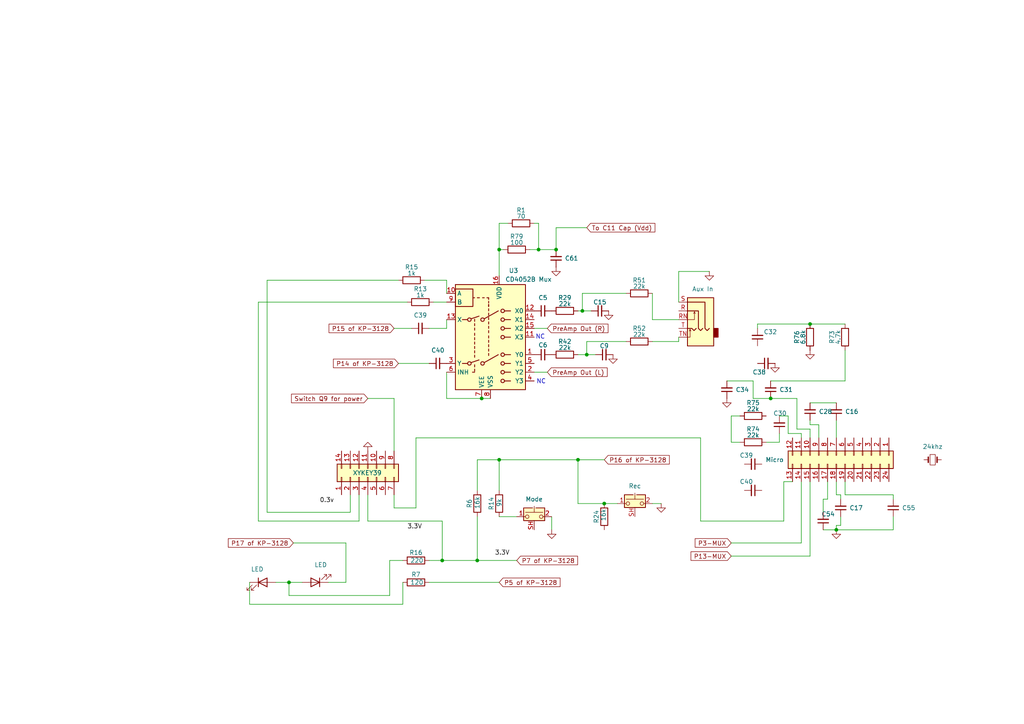
<source format=kicad_sch>
(kicad_sch (version 20250114) (generator "eeschema") (generator_version "9.0")
  (paper "A4")
  (lib_symbols
    (symbol "Analog_Switch:CD4052B"
      (property "Reference" "U" (at -10.16 16.51 0))
      (property "Value" "CD4052B" (at 3.81 16.51 0))
      (symbol "CD4052B_0_1"
        (rectangle (start -10.16 15.24) (end 10.16 -15.24) (stroke (width 0.254)) (fill (type background)))
        (rectangle (start -10.16 8.89) (end -5.08 13.97) (stroke (width 0.254)))
        (polyline (pts (xy -8.128 5.08) (xy -6.604 5.08)) (stroke (width 0.254)))
        (polyline (pts (xy -8.128 -7.62) (xy -6.604 -7.62)) (stroke (width 0.254)))
        (circle (center -6.096 5.08) (radius 0.508) (stroke (width 0.254)))
        (circle (center -6.096 -7.62) (radius 0.508) (stroke (width 0.254)))
        (polyline (pts (xy -5.588 5.334) (xy -3.302 6.096)) (stroke (width 0.254)))
        (polyline (pts (xy -5.588 -7.366) (xy -3.302 -6.604)) (stroke (width 0.254)))
        (polyline (pts (xy -4.572 11.43) (xy -5.08 11.43)) (stroke (width 0.254)))
        (polyline (pts (xy -4.572 4.572) (xy -4.572 5.207)) (stroke (width 0.254)))
        (polyline (pts (xy -4.572 3.302) (xy -4.572 3.937)) (stroke (width 0.254)))
        (polyline (pts (xy -4.572 2.032) (xy -4.572 2.667)) (stroke (width 0.254)))
        (polyline (pts (xy -4.572 0.508) (xy -4.572 1.143)) (stroke (width 0.254)))
        (polyline (pts (xy -4.572 -0.762) (xy -4.572 -0.127)) (stroke (width 0.254)))
        (polyline (pts (xy -4.572 -2.032) (xy -4.572 -1.397)) (stroke (width 0.254)))
        (polyline (pts (xy -4.572 -3.302) (xy -4.572 -2.667)) (stroke (width 0.254)))
        (polyline (pts (xy -4.572 -4.572) (xy -4.572 -3.937)) (stroke (width 0.254)))
        (polyline (pts (xy -4.572 -5.842) (xy -4.572 -5.207)) (stroke (width 0.254)))
        (polyline (pts (xy -4.572 -8.636) (xy -4.572 -8.001)) (stroke (width 0.254)))
        (polyline (pts (xy -4.572 -9.906) (xy -4.572 -9.271)) (stroke (width 0.254)))
        (polyline (pts (xy -4.572 -10.16) (xy -5.207 -10.16)) (stroke (width 0.254)))
        (polyline (pts (xy -3.81 11.43) (xy -3.175 11.43)) (stroke (width 0.254)))
        (circle (center -2.286 5.08) (radius 0.508) (stroke (width 0.254)))
        (circle (center -2.286 -7.62) (radius 0.508) (stroke (width 0.254)))
        (polyline (pts (xy -1.778 11.43) (xy -2.286 11.43)) (stroke (width 0.254)))
        (polyline (pts (xy -1.778 5.334) (xy 2.286 7.62)) (stroke (width 0.254)))
        (polyline (pts (xy -1.778 -7.366) (xy 2.286 -5.08)) (stroke (width 0.254)))
        (polyline (pts (xy -0.508 11.43) (xy -1.016 11.43)) (stroke (width 0.254)))
        (polyline (pts (xy -0.508 10.922) (xy -0.508 11.43)) (stroke (width 0.254)))
        (polyline (pts (xy -0.508 9.906) (xy -0.508 10.414)) (stroke (width 0.254)))
        (polyline (pts (xy -0.508 8.89) (xy -0.508 9.525)) (stroke (width 0.254)))
        (polyline (pts (xy -0.508 8.89) (xy -0.508 9.398)) (stroke (width 0.254)))
        (polyline (pts (xy -0.508 7.62) (xy -0.508 8.255)) (stroke (width 0.254)))
        (polyline (pts (xy -0.508 6.35) (xy -0.508 6.985)) (stroke (width 0.254)))
        (polyline (pts (xy -0.508 5.08) (xy -0.508 5.715)) (stroke (width 0.254)))
        (polyline (pts (xy -0.508 3.81) (xy -0.508 4.445)) (stroke (width 0.254)))
        (polyline (pts (xy -0.508 2.54) (xy -0.508 3.175)) (stroke (width 0.254)))
        (polyline (pts (xy -0.508 1.27) (xy -0.508 1.905)) (stroke (width 0.254)))
        (polyline (pts (xy -0.508 -0.254) (xy -0.508 0.381)) (stroke (width 0.254)))
        (polyline (pts (xy -0.508 -1.524) (xy -0.508 -0.889)) (stroke (width 0.254)))
        (polyline (pts (xy -0.508 -2.794) (xy -0.508 -2.159)) (stroke (width 0.254)))
        (polyline (pts (xy -0.508 -4.064) (xy -0.508 -3.429)) (stroke (width 0.254)))
        (polyline (pts (xy -0.508 -5.334) (xy -0.508 -4.699)) (stroke (width 0.254)))
        (circle (center 3.556 7.62) (radius 0.508) (stroke (width 0.254)))
        (circle (center 3.556 5.08) (radius 0.508) (stroke (width 0.254)))
        (circle (center 3.556 2.54) (radius 0.508) (stroke (width 0.254)))
        (circle (center 3.556 0) (radius 0.508) (stroke (width 0.254)))
        (circle (center 3.556 -5.08) (radius 0.508) (stroke (width 0.254)))
        (circle (center 3.556 -7.62) (radius 0.508) (stroke (width 0.254)))
        (circle (center 3.556 -10.16) (radius 0.508) (stroke (width 0.254)))
        (circle (center 3.556 -12.7) (radius 0.508) (stroke (width 0.254)))
        (polyline (pts (xy 4.064 7.62) (xy 5.842 7.62)) (stroke (width 0.254)))
        (polyline (pts (xy 4.064 5.08) (xy 5.842 5.08)) (stroke (width 0.254)))
        (polyline (pts (xy 4.064 2.54) (xy 5.842 2.54)) (stroke (width 0.254)))
        (polyline (pts (xy 4.064 0) (xy 5.842 0)) (stroke (width 0.254)))
        (polyline (pts (xy 4.064 -5.08) (xy 5.842 -5.08)) (stroke (width 0.254)))
        (polyline (pts (xy 4.064 -7.62) (xy 5.842 -7.62)) (stroke (width 0.254)))
        (polyline (pts (xy 4.064 -10.16) (xy 5.842 -10.16)) (stroke (width 0.254)))
        (polyline (pts (xy 4.064 -12.7) (xy 5.842 -12.7)) (stroke (width 0.254)))
      )
      (symbol "CD4052B_1_1"
        (pin input line (at -12.7 12.7 0) (length 2.54) (name "A") (number "10"))
        (pin input line (at -12.7 10.16 0) (length 2.54) (name "B") (number "9"))
        (pin bidirectional line (at -12.7 5.08 0) (length 2.54) (name "X") (number "13"))
        (pin bidirectional line (at -12.7 -7.62 0) (length 2.54) (name "Y") (number "3"))
        (pin input line (at -12.7 -10.16 0) (length 2.54) (name "INH") (number "6"))
        (pin power_in line (at -2.54 -17.78 90) (length 2.54) (name "VEE") (number "7"))
        (pin power_in line (at 0 -17.78 90) (length 2.54) (name "VSS") (number "8"))
        (pin power_in line (at 2.54 17.78 270) (length 2.54) (name "VDD") (number "16"))
        (pin bidirectional line (at 12.7 7.62 180) (length 2.54) (name "X0") (number "12"))
        (pin bidirectional line (at 12.7 5.08 180) (length 2.54) (name "X1") (number "14"))
        (pin bidirectional line (at 12.7 2.54 180) (length 2.54) (name "X2") (number "15"))
        (pin bidirectional line (at 12.7 0 180) (length 2.54) (name "X3") (number "11"))
        (pin bidirectional line (at 12.7 -5.08 180) (length 2.54) (name "Y0") (number "1"))
        (pin bidirectional line (at 12.7 -7.62 180) (length 2.54) (name "Y1") (number "5"))
        (pin bidirectional line (at 12.7 -10.16 180) (length 2.54) (name "Y2") (number "2"))
        (pin bidirectional line (at 12.7 -12.7 180) (length 2.54) (name "Y3") (number "4"))
      )
    )
    (symbol "Connector_Audio:AudioJack3_SwitchTR"
      (property "Reference" "J" (at 0 8.89 0))
      (property "Value" "AudioJack3_SwitchTR" (at 0 6.35 0))
      (symbol "AudioJack3_SwitchTR_0_1"
        (rectangle (start -5.08 -5.08) (end -6.35 -7.62) (stroke (width 0.254)) (fill (type outline)))
        (polyline (pts (xy -1.905 -5.08) (xy -1.27 -5.715) (xy -0.635 -5.08) (xy -0.635 0) (xy 2.54 0)) (stroke (width 0.254)))
        (polyline (pts (xy 0 -5.08) (xy 0.635 -5.715) (xy 1.27 -5.08) (xy 2.54 -5.08)) (stroke (width 0.254)))
        (polyline (pts (xy 0.508 -0.254) (xy 0.762 -0.762)))
        (polyline (pts (xy 1.778 -5.334) (xy 2.032 -5.842)))
        (rectangle (start 2.54 3.81) (end -5.08 -10.16) (stroke (width 0.254)) (fill (type background)))
        (polyline (pts (xy 2.54 2.54) (xy -2.54 2.54) (xy -2.54 -5.08) (xy -3.175 -5.715) (xy -3.81 -5.08)) (stroke (width 0.254)))
        (polyline (pts (xy 2.54 -2.54) (xy 0.508 -2.54) (xy 0.508 -0.254) (xy 0.254 -0.762)))
        (polyline (pts (xy 2.54 -7.62) (xy 1.778 -7.62) (xy 1.778 -5.334) (xy 1.524 -5.842)))
      )
      (symbol "AudioJack3_SwitchTR_1_1"
        (pin passive line (at 5.08 2.54 180) (length 2.54) (name "~") (number "S"))
        (pin passive line (at 5.08 0 180) (length 2.54) (name "~") (number "R"))
        (pin passive line (at 5.08 -2.54 180) (length 2.54) (name "~") (number "RN"))
        (pin passive line (at 5.08 -5.08 180) (length 2.54) (name "~") (number "T"))
        (pin passive line (at 5.08 -7.62 180) (length 2.54) (name "~") (number "TN"))
      )
    )
    (symbol "Connector_Generic:Conn_02x07_Counter_Clockwise" (pin_names (offset 1.016) (hide yes))
      (property "Reference" "J" (at 1.27 10.16 0))
      (property "Value" "Conn_02x07_Counter_Clockwise" (at 1.27 -10.16 0))
      (symbol "Conn_02x07_Counter_Clockwise_1_1"
        (rectangle (start -1.27 8.89) (end 3.81 -8.89) (stroke (width 0.254)) (fill (type background)))
        (rectangle (start -1.27 7.747) (end 0 7.493) (stroke (width 0.1524)))
        (rectangle (start -1.27 5.207) (end 0 4.953) (stroke (width 0.1524)))
        (rectangle (start -1.27 2.667) (end 0 2.413) (stroke (width 0.1524)))
        (rectangle (start -1.27 0.127) (end 0 -0.127) (stroke (width 0.1524)))
        (rectangle (start -1.27 -2.413) (end 0 -2.667) (stroke (width 0.1524)))
        (rectangle (start -1.27 -4.953) (end 0 -5.207) (stroke (width 0.1524)))
        (rectangle (start -1.27 -7.493) (end 0 -7.747) (stroke (width 0.1524)))
        (rectangle (start 3.81 7.747) (end 2.54 7.493) (stroke (width 0.1524)))
        (rectangle (start 3.81 5.207) (end 2.54 4.953) (stroke (width 0.1524)))
        (rectangle (start 3.81 2.667) (end 2.54 2.413) (stroke (width 0.1524)))
        (rectangle (start 3.81 0.127) (end 2.54 -0.127) (stroke (width 0.1524)))
        (rectangle (start 3.81 -2.413) (end 2.54 -2.667) (stroke (width 0.1524)))
        (rectangle (start 3.81 -4.953) (end 2.54 -5.207) (stroke (width 0.1524)))
        (rectangle (start 3.81 -7.493) (end 2.54 -7.747) (stroke (width 0.1524)))
        (pin passive line (at -5.08 7.62 0) (length 3.81) (name "Pin_1") (number "1"))
        (pin passive line (at -5.08 5.08 0) (length 3.81) (name "Pin_2") (number "2"))
        (pin passive line (at -5.08 2.54 0) (length 3.81) (name "Pin_3") (number "3"))
        (pin passive line (at -5.08 0 0) (length 3.81) (name "Pin_4") (number "4"))
        (pin passive line (at -5.08 -2.54 0) (length 3.81) (name "Pin_5") (number "5"))
        (pin passive line (at -5.08 -5.08 0) (length 3.81) (name "Pin_6") (number "6"))
        (pin passive line (at -5.08 -7.62 0) (length 3.81) (name "Pin_7") (number "7"))
        (pin passive line (at 7.62 7.62 180) (length 3.81) (name "Pin_14") (number "14"))
        (pin passive line (at 7.62 5.08 180) (length 3.81) (name "Pin_13") (number "13"))
        (pin passive line (at 7.62 2.54 180) (length 3.81) (name "Pin_12") (number "12"))
        (pin passive line (at 7.62 0 180) (length 3.81) (name "Pin_11") (number "11"))
        (pin passive line (at 7.62 -2.54 180) (length 3.81) (name "Pin_10") (number "10"))
        (pin passive line (at 7.62 -5.08 180) (length 3.81) (name "Pin_9") (number "9"))
        (pin passive line (at 7.62 -7.62 180) (length 3.81) (name "Pin_8") (number "8"))
      )
    )
    (symbol "Connector_Generic:Conn_02x12_Counter_Clockwise" (pin_names (offset 1.016) (hide yes))
      (property "Reference" "J" (at 1.27 15.24 0))
      (property "Value" "Conn_02x12_Counter_Clockwise" (at 1.27 -17.78 0))
      (symbol "Conn_02x12_Counter_Clockwise_1_1"
        (rectangle (start -1.27 13.97) (end 3.81 -16.51) (stroke (width 0.254)) (fill (type background)))
        (rectangle (start -1.27 12.827) (end 0 12.573) (stroke (width 0.1524)))
        (rectangle (start -1.27 10.287) (end 0 10.033) (stroke (width 0.1524)))
        (rectangle (start -1.27 7.747) (end 0 7.493) (stroke (width 0.1524)))
        (rectangle (start -1.27 5.207) (end 0 4.953) (stroke (width 0.1524)))
        (rectangle (start -1.27 2.667) (end 0 2.413) (stroke (width 0.1524)))
        (rectangle (start -1.27 0.127) (end 0 -0.127) (stroke (width 0.1524)))
        (rectangle (start -1.27 -2.413) (end 0 -2.667) (stroke (width 0.1524)))
        (rectangle (start -1.27 -4.953) (end 0 -5.207) (stroke (width 0.1524)))
        (rectangle (start -1.27 -7.493) (end 0 -7.747) (stroke (width 0.1524)))
        (rectangle (start -1.27 -10.033) (end 0 -10.287) (stroke (width 0.1524)))
        (rectangle (start -1.27 -12.573) (end 0 -12.827) (stroke (width 0.1524)))
        (rectangle (start -1.27 -15.113) (end 0 -15.367) (stroke (width 0.1524)))
        (rectangle (start 3.81 12.827) (end 2.54 12.573) (stroke (width 0.1524)))
        (rectangle (start 3.81 10.287) (end 2.54 10.033) (stroke (width 0.1524)))
        (rectangle (start 3.81 7.747) (end 2.54 7.493) (stroke (width 0.1524)))
        (rectangle (start 3.81 5.207) (end 2.54 4.953) (stroke (width 0.1524)))
        (rectangle (start 3.81 2.667) (end 2.54 2.413) (stroke (width 0.1524)))
        (rectangle (start 3.81 0.127) (end 2.54 -0.127) (stroke (width 0.1524)))
        (rectangle (start 3.81 -2.413) (end 2.54 -2.667) (stroke (width 0.1524)))
        (rectangle (start 3.81 -4.953) (end 2.54 -5.207) (stroke (width 0.1524)))
        (rectangle (start 3.81 -7.493) (end 2.54 -7.747) (stroke (width 0.1524)))
        (rectangle (start 3.81 -10.033) (end 2.54 -10.287) (stroke (width 0.1524)))
        (rectangle (start 3.81 -12.573) (end 2.54 -12.827) (stroke (width 0.1524)))
        (rectangle (start 3.81 -15.113) (end 2.54 -15.367) (stroke (width 0.1524)))
        (pin passive line (at -5.08 12.7 0) (length 3.81) (name "Pin_1") (number "1"))
        (pin passive line (at -5.08 10.16 0) (length 3.81) (name "Pin_2") (number "2"))
        (pin passive line (at -5.08 7.62 0) (length 3.81) (name "Pin_3") (number "3"))
        (pin passive line (at -5.08 5.08 0) (length 3.81) (name "Pin_4") (number "4"))
        (pin passive line (at -5.08 2.54 0) (length 3.81) (name "Pin_5") (number "5"))
        (pin passive line (at -5.08 0 0) (length 3.81) (name "Pin_6") (number "6"))
        (pin passive line (at -5.08 -2.54 0) (length 3.81) (name "Pin_7") (number "7"))
        (pin passive line (at -5.08 -5.08 0) (length 3.81) (name "Pin_8") (number "8"))
        (pin passive line (at -5.08 -7.62 0) (length 3.81) (name "Pin_9") (number "9"))
        (pin passive line (at -5.08 -10.16 0) (length 3.81) (name "Pin_10") (number "10"))
        (pin passive line (at -5.08 -12.7 0) (length 3.81) (name "Pin_11") (number "11"))
        (pin passive line (at -5.08 -15.24 0) (length 3.81) (name "Pin_12") (number "12"))
        (pin passive line (at 7.62 12.7 180) (length 3.81) (name "Pin_24") (number "24"))
        (pin passive line (at 7.62 10.16 180) (length 3.81) (name "Pin_23") (number "23"))
        (pin passive line (at 7.62 7.62 180) (length 3.81) (name "Pin_22") (number "22"))
        (pin passive line (at 7.62 5.08 180) (length 3.81) (name "Pin_21") (number "21"))
        (pin passive line (at 7.62 2.54 180) (length 3.81) (name "Pin_20") (number "20"))
        (pin passive line (at 7.62 0 180) (length 3.81) (name "Pin_19") (number "19"))
        (pin passive line (at 7.62 -2.54 180) (length 3.81) (name "Pin_18") (number "18"))
        (pin passive line (at 7.62 -5.08 180) (length 3.81) (name "Pin_17") (number "17"))
        (pin passive line (at 7.62 -7.62 180) (length 3.81) (name "Pin_16") (number "16"))
        (pin passive line (at 7.62 -10.16 180) (length 3.81) (name "Pin_15") (number "15"))
        (pin passive line (at 7.62 -12.7 180) (length 3.81) (name "Pin_14") (number "14"))
        (pin passive line (at 7.62 -15.24 180) (length 3.81) (name "Pin_13") (number "13"))
      )
    )
    (symbol "Device:C_Small" (pin_numbers (hide yes)) (pin_names (offset 0.254) (hide yes))
      (property "Reference" "C" (at 0.254 1.778 0))
      (property "Value" "C_Small" (at 0.254 -2.032 0))
      (symbol "C_Small_0_1"
        (polyline (pts (xy -1.524 0.508) (xy 1.524 0.508)) (stroke (width 0.3048)))
        (polyline (pts (xy -1.524 -0.508) (xy 1.524 -0.508)) (stroke (width 0.3302)))
      )
      (symbol "C_Small_1_1"
        (pin passive line (at 0 2.54 270) (length 2.032) (name "~") (number "1"))
        (pin passive line (at 0 -2.54 90) (length 2.032) (name "~") (number "2"))
      )
    )
    (symbol "Device:Crystal_Small" (pin_numbers (hide yes)) (pin_names (offset 1.016) (hide yes))
      (property "Reference" "Y" (at 0 2.54 0))
      (property "Value" "Crystal_Small" (at 0 -2.54 0))
      (symbol "Crystal_Small_0_1"
        (polyline (pts (xy -1.27 -0.762) (xy -1.27 0.762)) (stroke (width 0.381)))
        (rectangle (start -0.762 -1.524) (end 0.762 1.524))
        (polyline (pts (xy 1.27 -0.762) (xy 1.27 0.762)) (stroke (width 0.381)))
      )
      (symbol "Crystal_Small_1_1"
        (pin passive line (at -2.54 0 0) (length 1.27) (name "1") (number "1"))
        (pin passive line (at 2.54 0 180) (length 1.27) (name "2") (number "2"))
      )
    )
    (symbol "Device:LED" (pin_numbers (hide yes)) (pin_names (offset 1.016) (hide yes))
      (property "Reference" "D" (at 0 2.54 0))
      (property "Value" "LED" (at 0 -2.54 0))
      (symbol "LED_0_1"
        (polyline (pts (xy -3.048 -0.762) (xy -4.572 -2.286) (xy -3.81 -2.286) (xy -4.572 -2.286) (xy -4.572 -1.524)))
        (polyline (pts (xy -1.778 -0.762) (xy -3.302 -2.286) (xy -2.54 -2.286) (xy -3.302 -2.286) (xy -3.302 -1.524)))
        (polyline (pts (xy -1.27 0) (xy 1.27 0)))
        (polyline (pts (xy -1.27 -1.27) (xy -1.27 1.27)) (stroke (width 0.254)))
        (polyline (pts (xy 1.27 -1.27) (xy 1.27 1.27) (xy -1.27 0) (xy 1.27 -1.27)) (stroke (width 0.254)))
      )
      (symbol "LED_1_1"
        (pin passive line (at -3.81 0 0) (length 2.54) (name "K") (number "1"))
        (pin passive line (at 3.81 0 180) (length 2.54) (name "A") (number "2"))
      )
    )
    (symbol "Device:R" (pin_numbers (hide yes)) (pin_names (offset 0))
      (property "Reference" "R" (at 2.032 0 90))
      (property "Value" "R" (at 0 0 90))
      (symbol "R_0_1"
        (rectangle (start -1.016 -2.54) (end 1.016 2.54) (stroke (width 0.254)))
      )
      (symbol "R_1_1"
        (pin passive line (at 0 3.81 270) (length 1.27) (name "~") (number "1"))
        (pin passive line (at 0 -3.81 90) (length 1.27) (name "~") (number "2"))
      )
    )
    (symbol "Switch:SW_Push_Shielded" (pin_names (offset 1.016) (hide yes))
      (property "Reference" "SW" (at 4.318 2.032 0))
      (property "Value" "SW_Push_Shielded" (at 0 4.572 0))
      (symbol "SW_Push_Shielded_0_1"
        (circle (center -2.032 0) (radius 0.508))
        (polyline (pts (xy 0 1.27) (xy 0 3.048)))
        (polyline (pts (xy 0.508 2.54) (xy 3.048 2.54) (xy 3.048 -1.143) (xy -3.048 -1.143) (xy -3.048 2.54) (xy -0.508 2.54)) (stroke (width -0.0254)))
        (polyline (pts (xy 0.508 2.54) (xy 3.048 2.54) (xy 3.048 -1.143) (xy -3.048 -1.143) (xy -3.048 2.54) (xy -0.508 2.54)) (stroke (width 0.254)))
        (circle (center 2.032 0) (radius 0.508))
        (polyline (pts (xy 2.54 1.27) (xy -2.54 1.27)))
        (pin passive line (at -5.08 0 0) (length 2.54) (name "1") (number "1"))
        (pin passive line (at 5.08 0 180) (length 2.54) (name "2") (number "2"))
      )
      (symbol "SW_Push_Shielded_1_1"
        (rectangle (start -3.048 2.54) (end 3.048 -1.27) (stroke (width -0.0254)) (fill (type background)))
        (pin passive line (at 0 -3.81 90) (length 2.54) (name "B") (number "SH"))
      )
    )
    (symbol "power:GND" (power) (pin_numbers (hide yes)) (pin_names (offset 0) (hide yes))
      (property "Value" "GND" (at 0 -3.81 0))
      (symbol "GND_0_1"
        (polyline (pts (xy 0 0) (xy 0 -1.27) (xy 1.27 -1.27) (xy 0 -2.54) (xy -1.27 -1.27) (xy 0 -1.27)))
      )
      (symbol "GND_1_1"
        (pin power_in line (at 0 0 270) (length 0) (name "~") (number "1"))
      )
    )
  )
  (text "NC" (at 156.972 110.744 0) (effects (font (size 1.27 1.27))))
  (text "NC" (at 156.718 97.79 0) (effects (font (size 1.27 1.27))))
  (junction (at 144.78 133.35))
  (junction (at 167.64 133.35))
  (junction (at 234.95 93.98))
  (junction (at 223.52 115.57))
  (junction (at 156.21 72.39))
  (junction (at 242.57 153.67))
  (junction (at 170.18 102.87))
  (junction (at 139.7 115.57))
  (junction (at 175.26 146.05))
  (junction (at 138.43 162.56))
  (junction (at 161.29 72.39))
  (junction (at 83.82 168.91))
  (junction (at 128.27 162.56))
  (junction (at 168.91 90.17))
  (junction (at 144.78 72.39))
  (wire (pts (xy 243.84 143.51) (xy 243.84 144.78)))
  (wire (pts (xy 114.3 143.51) (xy 114.3 147.32)))
  (wire (pts (xy 144.78 64.77) (xy 144.78 72.39)))
  (wire (pts (xy 138.43 149.86) (xy 138.43 162.56)))
  (wire (pts (xy 138.43 162.56) (xy 149.86 162.56)))
  (wire (pts (xy 243.84 152.4) (xy 242.57 152.4)))
  (wire (pts (xy 212.09 120.65) (xy 214.63 120.65)))
  (wire (pts (xy 234.95 93.98) (xy 245.11 93.98)))
  (wire (pts (xy 83.82 168.91) (xy 87.63 168.91)))
  (wire (pts (xy 100.33 168.91) (xy 100.33 157.48)))
  (wire (pts (xy 144.78 149.86) (xy 149.86 149.86)))
  (wire (pts (xy 101.6 148.59) (xy 101.6 143.51)))
  (wire (pts (xy 232.41 125.73) (xy 228.6 125.73)))
  (wire (pts (xy 161.29 66.04) (xy 170.18 66.04)))
  (wire (pts (xy 242.57 152.4) (xy 242.57 153.67)))
  (wire (pts (xy 171.45 90.17) (xy 168.91 90.17)))
  (wire (pts (xy 219.71 95.25) (xy 219.71 93.98)))
  (wire (pts (xy 210.82 110.49) (xy 218.44 110.49)))
  (wire (pts (xy 124.46 162.56) (xy 128.27 162.56)))
  (wire (pts (xy 154.94 107.95) (xy 158.75 107.95)))
  (wire (pts (xy 168.91 90.17) (xy 167.64 90.17)))
  (wire (pts (xy 203.2 151.13) (xy 227.33 151.13)))
  (wire (pts (xy 147.32 64.77) (xy 144.78 64.77)))
  (wire (pts (xy 129.54 87.63) (xy 125.73 87.63)))
  (wire (pts (xy 168.91 85.09) (xy 168.91 90.17)))
  (wire (pts (xy 218.44 115.57) (xy 223.52 115.57)))
  (wire (pts (xy 77.47 148.59) (xy 101.6 148.59)))
  (wire (pts (xy 77.47 81.28) (xy 115.57 81.28)))
  (wire (pts (xy 196.85 87.63) (xy 196.85 78.74)))
  (wire (pts (xy 259.08 149.86) (xy 259.08 153.67)))
  (wire (pts (xy 123.19 81.28) (xy 129.54 81.28)))
  (wire (pts (xy 160.02 153.67) (xy 160.02 149.86)))
  (wire (pts (xy 222.25 128.27) (xy 226.06 128.27)))
  (wire (pts (xy 116.84 175.26) (xy 116.84 168.91)))
  (wire (pts (xy 72.39 175.26) (xy 116.84 175.26)))
  (wire (pts (xy 74.93 87.63) (xy 118.11 87.63)))
  (wire (pts (xy 212.09 161.29) (xy 234.95 161.29)))
  (wire (pts (xy 243.84 149.86) (xy 243.84 152.4)))
  (wire (pts (xy 138.43 133.35) (xy 144.78 133.35)))
  (wire (pts (xy 203.2 127) (xy 203.2 151.13)))
  (wire (pts (xy 175.26 146.05) (xy 179.07 146.05)))
  (wire (pts (xy 245.11 139.7) (xy 245.11 143.51)))
  (wire (pts (xy 232.41 139.7) (xy 232.41 157.48)))
  (wire (pts (xy 234.95 161.29) (xy 234.95 139.7)))
  (wire (pts (xy 231.14 115.57) (xy 223.52 115.57)))
  (wire (pts (xy 170.18 102.87) (xy 172.72 102.87)))
  (wire (pts (xy 214.63 128.27) (xy 212.09 128.27)))
  (wire (pts (xy 196.85 78.74) (xy 205.74 78.74)))
  (wire (pts (xy 161.29 66.04) (xy 161.29 72.39)))
  (wire (pts (xy 144.78 142.24) (xy 144.78 133.35)))
  (wire (pts (xy 115.57 105.41) (xy 124.46 105.41)))
  (wire (pts (xy 129.54 81.28) (xy 129.54 85.09)))
  (wire (pts (xy 114.3 147.32) (xy 120.65 147.32)))
  (wire (pts (xy 196.85 99.06) (xy 196.85 97.79)))
  (wire (pts (xy 181.61 85.09) (xy 168.91 85.09)))
  (wire (pts (xy 83.82 172.72) (xy 83.82 168.91)))
  (wire (pts (xy 156.21 72.39) (xy 161.29 72.39)))
  (wire (pts (xy 245.11 110.49) (xy 245.11 101.6)))
  (wire (pts (xy 189.23 92.71) (xy 196.85 92.71)))
  (wire (pts (xy 232.41 127) (xy 232.41 125.73)))
  (wire (pts (xy 72.39 168.91) (xy 72.39 175.26)))
  (wire (pts (xy 170.18 99.06) (xy 170.18 102.87)))
  (wire (pts (xy 120.65 147.32) (xy 120.65 127)))
  (wire (pts (xy 106.68 151.13) (xy 128.27 151.13)))
  (wire (pts (xy 212.09 128.27) (xy 212.09 120.65)))
  (wire (pts (xy 240.03 139.7) (xy 240.03 144.78)))
  (wire (pts (xy 146.05 72.39) (xy 144.78 72.39)))
  (wire (pts (xy 128.27 151.13) (xy 128.27 162.56)))
  (wire (pts (xy 219.71 93.98) (xy 234.95 93.98)))
  (wire (pts (xy 144.78 72.39) (xy 144.78 80.01)))
  (wire (pts (xy 227.33 139.7) (xy 229.87 139.7)))
  (wire (pts (xy 139.7 115.57) (xy 142.24 115.57)))
  (wire (pts (xy 243.84 143.51) (xy 242.57 143.51)))
  (wire (pts (xy 259.08 143.51) (xy 259.08 144.78)))
  (wire (pts (xy 80.01 168.91) (xy 83.82 168.91)))
  (wire (pts (xy 242.57 153.67) (xy 259.08 153.67)))
  (wire (pts (xy 104.14 151.13) (xy 74.93 151.13)))
  (wire (pts (xy 114.3 130.81) (xy 114.3 115.57)))
  (wire (pts (xy 227.33 151.13) (xy 227.33 139.7)))
  (wire (pts (xy 234.95 124.46) (xy 231.14 124.46)))
  (wire (pts (xy 237.49 123.19) (xy 234.95 123.19)))
  (wire (pts (xy 218.44 110.49) (xy 218.44 115.57)))
  (wire (pts (xy 189.23 99.06) (xy 196.85 99.06)))
  (wire (pts (xy 129.54 95.25) (xy 129.54 92.71)))
  (wire (pts (xy 74.93 151.13) (xy 74.93 87.63)))
  (wire (pts (xy 120.65 127) (xy 203.2 127)))
  (wire (pts (xy 223.52 110.49) (xy 245.11 110.49)))
  (wire (pts (xy 234.95 123.19) (xy 234.95 121.92)))
  (wire (pts (xy 124.46 95.25) (xy 129.54 95.25)))
  (wire (pts (xy 128.27 162.56) (xy 138.43 162.56)))
  (wire (pts (xy 156.21 64.77) (xy 156.21 72.39)))
  (wire (pts (xy 106.68 115.57) (xy 114.3 115.57)))
  (wire (pts (xy 154.94 95.25) (xy 158.75 95.25)))
  (wire (pts (xy 129.54 107.95) (xy 129.54 115.57)))
  (wire (pts (xy 242.57 143.51) (xy 242.57 139.7)))
  (wire (pts (xy 144.78 133.35) (xy 167.64 133.35)))
  (wire (pts (xy 245.11 143.51) (xy 259.08 143.51)))
  (wire (pts (xy 77.47 81.28) (xy 77.47 148.59)))
  (wire (pts (xy 226.06 125.73) (xy 226.06 128.27)))
  (wire (pts (xy 240.03 144.78) (xy 238.76 144.78)))
  (wire (pts (xy 167.64 102.87) (xy 170.18 102.87)))
  (wire (pts (xy 191.77 146.05) (xy 189.23 146.05)))
  (wire (pts (xy 116.84 162.56) (xy 113.03 162.56)))
  (wire (pts (xy 242.57 121.92) (xy 242.57 127)))
  (wire (pts (xy 238.76 144.78) (xy 238.76 148.59)))
  (wire (pts (xy 95.25 168.91) (xy 100.33 168.91)))
  (wire (pts (xy 226.06 120.65) (xy 228.6 120.65)))
  (wire (pts (xy 124.46 168.91) (xy 144.78 168.91)))
  (wire (pts (xy 129.54 115.57) (xy 139.7 115.57)))
  (wire (pts (xy 234.95 127) (xy 234.95 124.46)))
  (wire (pts (xy 167.64 146.05) (xy 167.64 133.35)))
  (wire (pts (xy 104.14 143.51) (xy 104.14 151.13)))
  (wire (pts (xy 113.03 172.72) (xy 83.82 172.72)))
  (wire (pts (xy 167.64 133.35) (xy 175.26 133.35)))
  (wire (pts (xy 153.67 72.39) (xy 156.21 72.39)))
  (wire (pts (xy 100.33 157.48) (xy 85.09 157.48)))
  (wire (pts (xy 189.23 85.09) (xy 189.23 92.71)))
  (wire (pts (xy 237.49 127) (xy 237.49 123.19)))
  (wire (pts (xy 114.3 95.25) (xy 119.38 95.25)))
  (wire (pts (xy 228.6 125.73) (xy 228.6 120.65)))
  (wire (pts (xy 238.76 153.67) (xy 242.57 153.67)))
  (wire (pts (xy 231.14 124.46) (xy 231.14 115.57)))
  (wire (pts (xy 175.26 146.05) (xy 167.64 146.05)))
  (wire (pts (xy 138.43 142.24) (xy 138.43 133.35)))
  (wire (pts (xy 113.03 162.56) (xy 113.03 172.72)))
  (wire (pts (xy 232.41 157.48) (xy 212.09 157.48)))
  (wire (pts (xy 181.61 99.06) (xy 170.18 99.06)))
  (wire (pts (xy 234.95 116.84) (xy 242.57 116.84)))
  (wire (pts (xy 106.68 143.51) (xy 106.68 151.13)))
  (wire (pts (xy 154.94 64.77) (xy 156.21 64.77)))
  (label "3.3V" (at 143.51 161.29 0))
  (label "3.3V" (at 118.11 153.67 0))
  (label "0.3v" (at 92.71 146.05 0))
  (global_label "Switch Q9 for power" (shape input) (at 106.68 115.57 180) (property "Intersheetrefs" "${INTERSHEET_REFS}" (effects (hide yes))))
  (global_label "P13-MUX" (shape input) (at 212.09 161.29 180) (property "Intersheetrefs" "${INTERSHEET_REFS}" (effects (hide yes))))
  (global_label "PreAmp Out (L)" (shape input) (at 158.75 107.95 0) (property "Intersheetrefs" "${INTERSHEET_REFS}" (effects (hide yes))))
  (global_label "P3-MUX" (shape input) (at 212.09 157.48 180) (property "Intersheetrefs" "${INTERSHEET_REFS}" (effects (hide yes))))
  (global_label "P17 of KP-3128" (shape input) (at 85.09 157.48 180) (property "Intersheetrefs" "${INTERSHEET_REFS}" (effects (hide yes))))
  (global_label "P7 of KP-3128" (shape input) (at 149.86 162.56 0) (property "Intersheetrefs" "${INTERSHEET_REFS}" (effects (hide yes))))
  (global_label "P16 of KP-3128" (shape input) (at 175.26 133.35 0) (property "Intersheetrefs" "${INTERSHEET_REFS}" (effects (hide yes))))
  (global_label "To C11 Cap (Vdd)" (shape input) (at 170.18 66.04 0) (property "Intersheetrefs" "${INTERSHEET_REFS}" (effects (hide yes))))
  (global_label "P5 of KP-3128" (shape input) (at 144.78 168.91 0) (property "Intersheetrefs" "${INTERSHEET_REFS}" (effects (hide yes))))
  (global_label "P14 of KP-3128" (shape input) (at 115.57 105.41 180) (property "Intersheetrefs" "${INTERSHEET_REFS}" (effects (hide yes))))
  (global_label "P15 of KP-3128" (shape input) (at 114.3 95.25 180) (property "Intersheetrefs" "${INTERSHEET_REFS}" (effects (hide yes))))
  (global_label "PreAmp Out (R)" (shape input) (at 158.75 95.25 0) (property "Intersheetrefs" "${INTERSHEET_REFS}" (effects (hide yes))))
  (symbol (lib_id "Device:R") (at 175.26 149.86 180) (unit 1)
    (property "Reference" "R24" (at 172.974 149.86 90))
    (property "Value" "16k" (at 175.006 149.352 90))
    (property "Description" "Resistor" (effects (hide yes)))
  )
  (symbol (lib_id "power:GND") (at 210.82 115.57 0) (unit 1)
    (property "Reference" "#PWR043" (effects (hide yes)))
    (property "Value" "GND" (effects (hide yes)))
    (property "Description" "Power symbol creates a global label with name \"GND\" , ground" (effects (hide yes)))
  )
  (symbol (lib_id "Device:R") (at 149.86 72.39 90) (unit 1)
    (property "Reference" "R79" (at 149.86 68.58 90))
    (property "Value" "100" (at 149.86 70.358 90))
    (property "Description" "Resistor" (effects (hide yes)))
  )
  (symbol (lib_id "Device:C_Small") (at 157.48 90.17 90) (unit 1)
    (property "Reference" "C5" (at 157.4863 86.36 90))
    (property "Value" "C_Small" (effects (hide yes)))
    (property "Description" "Unpolarized capacitor, small symbol" (effects (hide yes)))
  )
  (symbol (lib_id "Device:C_Small") (at 157.48 102.87 90) (unit 1)
    (property "Reference" "C6" (at 157.48 100.076 90))
    (property "Value" "C_Small" (effects (hide yes)))
    (property "Description" "Unpolarized capacitor, small symbol" (effects (hide yes)))
  )
  (symbol (lib_id "Device:C_Small") (at 223.52 113.03 180) (unit 1)
    (property "Reference" "C31" (at 226.06 113.0235 0) (effects (justify right)))
    (property "Value" "C_Small" (effects (hide yes)))
    (property "Description" "Unpolarized capacitor, small symbol" (effects (hide yes)))
  )
  (symbol (lib_id "Device:R") (at 245.11 97.79 180) (unit 1)
    (property "Reference" "R73" (at 241.3 97.79 90))
    (property "Value" "4.7k" (at 243.078 97.79 90))
    (property "Description" "Resistor" (effects (hide yes)))
  )
  (symbol (lib_id "Device:C_Small") (at 259.08 147.32 180) (unit 1)
    (property "Reference" "C55" (at 261.62 147.3135 0) (effects (justify right)))
    (property "Value" "C_Small" (effects (hide yes)))
    (property "Description" "Unpolarized capacitor, small symbol" (effects (hide yes)))
  )
  (symbol (lib_id "power:GND") (at 106.68 130.81 180) (unit 1)
    (property "Reference" "#PWR038" (effects (hide yes)))
    (property "Value" "GND" (effects (hide yes)))
    (property "Description" "Power symbol creates a global label with name \"GND\" , ground" (effects (hide yes)))
  )
  (symbol (lib_id "Device:R") (at 218.44 128.27 90) (unit 1)
    (property "Reference" "R74" (at 218.44 124.46 90))
    (property "Value" "22k" (at 218.44 126.238 90))
    (property "Description" "Resistor" (effects (hide yes)))
  )
  (symbol (lib_id "Device:R") (at 218.44 120.65 90) (unit 1)
    (property "Reference" "R75" (at 218.44 116.84 90))
    (property "Value" "22k" (at 218.44 118.618 90))
    (property "Description" "Resistor" (effects (hide yes)))
  )
  (symbol (lib_id "Device:R") (at 185.42 99.06 90) (unit 1)
    (property "Reference" "R52" (at 185.42 95.25 90))
    (property "Value" "22k" (at 185.42 97.028 90))
    (property "Description" "Resistor" (effects (hide yes)))
  )
  (symbol (lib_id "Device:C_Small") (at 238.76 151.13 180) (unit 1)
    (property "Reference" "C54" (at 238.252 149.098 0) (effects (justify right)))
    (property "Value" "C_Small" (effects (hide yes)))
    (property "Description" "Unpolarized capacitor, small symbol" (effects (hide yes)))
  )
  (symbol (lib_id "Device:R") (at 151.13 64.77 90) (unit 1)
    (property "Reference" "R1" (at 151.13 60.96 90))
    (property "Value" "70" (at 151.13 62.738 90))
    (property "Description" "Resistor" (effects (hide yes)))
  )
  (symbol (lib_id "Analog_Switch:CD4052B") (at 142.24 97.79 0) (unit 1)
    (property "Reference" "U3" (at 147.574 78.486 0) (effects (justify left)))
    (property "Value" "CD4052B Mux" (at 146.558 81.026 0) (effects (justify left)))
    (property "Datasheet" "http://www.ti.com/lit/ds/symlink/cd4052b.pdf" (effects (hide yes)))
    (property "Description" "CMOS double 4-channel analog multiplexer/demultiplexer, TSSOP-16/DIP-16/SOIC-16" (effects (hide yes)))
  )
  (symbol (lib_id "power:GND") (at 242.57 153.67 0) (unit 1)
    (property "Reference" "#PWR045" (effects (hide yes)))
    (property "Value" "GND" (effects (hide yes)))
    (property "Description" "Power symbol creates a global label with name \"GND\" , ground" (effects (hide yes)))
  )
  (symbol (lib_id "Connector_Generic:Conn_02x07_Counter_Clockwise") (at 106.68 138.43 90) (unit 1)
    (property "Reference" "J2" (effects (hide yes)))
    (property "Value" "XYKEY39" (at 110.744 137.16 90) (effects (justify left)))
    (property "Description" "Generic connector, double row, 02x07, counter clockwise pin numbering scheme (similar to DIP package numbering), script generated (kicad-library-utils/schlib/autogen/connector/)" (effects (hide yes)))
  )
  (symbol (lib_id "Device:C_Small") (at 173.99 90.17 90) (unit 1)
    (property "Reference" "C15" (at 173.99 87.63 90))
    (property "Value" "C_Small" (effects (hide yes)))
    (property "Description" "Unpolarized capacitor, small symbol" (effects (hide yes)))
  )
  (symbol (lib_id "power:GND") (at 177.8 102.87 0) (unit 1)
    (property "Reference" "#PWR036" (effects (hide yes)))
    (property "Value" "GND" (effects (hide yes)))
    (property "Description" "Power symbol creates a global label with name \"GND\" , ground" (effects (hide yes)))
  )
  (symbol (lib_id "Connector_Audio:AudioJack3_SwitchTR") (at 201.93 90.17 0) (mirror y) (unit 1)
    (property "Reference" "J1" (effects (hide yes)))
    (property "Value" "Aux In" (at 203.835 83.82 0))
    (property "Description" "Audio Jack, 3 Poles (Stereo / TRS), Switched TR Poles (Normalling)" (effects (hide yes)))
  )
  (symbol (lib_id "Device:R") (at 234.95 97.79 180) (unit 1)
    (property "Reference" "R76" (at 231.14 97.79 90))
    (property "Value" "6.8k" (at 232.918 97.79 90))
    (property "Description" "Resistor" (effects (hide yes)))
  )
  (symbol (lib_id "power:GND") (at 205.74 78.74 0) (unit 1)
    (property "Reference" "#PWR037" (effects (hide yes)))
    (property "Value" "GND" (effects (hide yes)))
    (property "Description" "Power symbol creates a global label with name \"GND\" , ground" (effects (hide yes)))
  )
  (symbol (lib_id "Device:R") (at 185.42 85.09 90) (unit 1)
    (property "Reference" "R51" (at 185.42 81.28 90))
    (property "Value" "22k" (at 185.42 83.058 90))
    (property "Description" "Resistor" (effects (hide yes)))
  )
  (symbol (lib_id "Device:R") (at 138.43 146.05 180) (unit 1)
    (property "Reference" "R6" (at 136.144 146.05 90))
    (property "Value" "16k" (at 138.43 145.796 90))
    (property "Description" "Resistor" (effects (hide yes)))
  )
  (symbol (lib_id "power:GND") (at 191.77 146.05 0) (unit 1)
    (property "Reference" "#PWR034" (effects (hide yes)))
    (property "Value" "GND" (effects (hide yes)))
    (property "Description" "Power symbol creates a global label with name \"GND\" , ground" (effects (hide yes)))
  )
  (symbol (lib_id "power:GND") (at 224.79 105.41 0) (unit 1)
    (property "Reference" "#PWR042" (effects (hide yes)))
    (property "Value" "GND" (effects (hide yes)))
    (property "Description" "Power symbol creates a global label with name \"GND\" , ground" (effects (hide yes)))
  )
  (symbol (lib_id "Device:C_Small") (at 218.44 142.24 270) (unit 1)
    (property "Reference" "C40" (at 218.44 139.7 90) (effects (justify right)))
    (property "Value" "C_Small" (effects (hide yes)))
    (property "Description" "Unpolarized capacitor, small symbol" (effects (hide yes)))
  )
  (symbol (lib_id "Device:R") (at 120.65 162.56 90) (unit 1)
    (property "Reference" "R16" (at 120.65 160.274 90))
    (property "Value" "220" (at 120.904 162.56 90))
    (property "Description" "Resistor" (effects (hide yes)))
  )
  (symbol (lib_id "Device:C_Small") (at 161.29 74.93 180) (unit 1)
    (property "Reference" "C61" (at 163.83 74.9235 0) (effects (justify right)))
    (property "Value" "C_Small" (effects (hide yes)))
    (property "Description" "Unpolarized capacitor, small symbol" (effects (hide yes)))
  )
  (symbol (lib_id "Device:C_Small") (at 243.84 147.32 180) (unit 1)
    (property "Reference" "C17" (at 246.38 147.32 0) (effects (justify right)))
    (property "Value" "C_Small" (effects (hide yes)))
    (property "Description" "Unpolarized capacitor, small symbol" (effects (hide yes)))
  )
  (symbol (lib_id "Switch:SW_Push_Shielded") (at 184.15 146.05 0) (unit 1)
    (property "Reference" "SW3" (effects (hide yes)))
    (property "Value" "Rec" (at 184.15 140.97 0))
    (property "Description" "Generic push-button switch, two contact pins and shield pin(s)" (effects (hide yes)))
  )
  (symbol (lib_id "Device:R") (at 163.83 102.87 90) (unit 1)
    (property "Reference" "R42" (at 163.83 99.06 90))
    (property "Value" "22k" (at 163.83 100.838 90))
    (property "Description" "Resistor" (effects (hide yes)))
  )
  (symbol (lib_id "Device:C_Small") (at 121.92 95.25 90) (unit 1)
    (property "Reference" "C39" (at 121.9263 91.44 90))
    (property "Value" "C_Small" (effects (hide yes)))
    (property "Description" "Unpolarized capacitor, small symbol" (effects (hide yes)))
  )
  (symbol (lib_id "Device:R") (at 144.78 146.05 180) (unit 1)
    (property "Reference" "R14" (at 142.494 146.05 90))
    (property "Value" "9k" (at 144.78 145.796 90))
    (property "Description" "Resistor" (effects (hide yes)))
  )
  (symbol (lib_id "Device:C_Small") (at 218.44 134.62 270) (unit 1)
    (property "Reference" "C39" (at 218.44 132.08 90) (effects (justify right)))
    (property "Value" "C_Small" (effects (hide yes)))
    (property "Description" "Unpolarized capacitor, small symbol" (effects (hide yes)))
  )
  (symbol (lib_id "Device:C_Small") (at 210.82 113.03 180) (unit 1)
    (property "Reference" "C34" (at 213.36 113.03 0) (effects (justify right)))
    (property "Value" "C_Small" (effects (hide yes)))
    (property "Description" "Unpolarized capacitor, small symbol" (effects (hide yes)))
  )
  (symbol (lib_id "Device:C_Small") (at 175.26 102.87 90) (unit 1)
    (property "Reference" "C9" (at 175.26 100.33 90))
    (property "Value" "C_Small" (effects (hide yes)))
    (property "Description" "Unpolarized capacitor, small symbol" (effects (hide yes)))
  )
  (symbol (lib_id "Device:C_Small") (at 219.71 97.79 180) (unit 1)
    (property "Reference" "C32" (at 221.488 96.266 0) (effects (justify right)))
    (property "Value" "C_Small" (effects (hide yes)))
    (property "Description" "Unpolarized capacitor, small symbol" (effects (hide yes)))
  )
  (symbol (lib_id "Device:C_Small") (at 242.57 119.38 180) (unit 1)
    (property "Reference" "C16" (at 245.11 119.3735 0) (effects (justify right)))
    (property "Value" "C_Small" (effects (hide yes)))
    (property "Description" "Unpolarized capacitor, small symbol" (effects (hide yes)))
  )
  (symbol (lib_id "Device:LED") (at 91.44 168.91 180) (unit 1)
    (property "Reference" "D?" (effects (hide yes)))
    (property "Value" "LED" (at 93.0275 163.83 0))
    (property "Description" "Light emitting diode" (effects (hide yes)))
    (property "Sim.Pins" "1=K 2=A" (effects (hide yes)))
  )
  (symbol (lib_id "Device:C_Small") (at 222.25 105.41 90) (unit 1)
    (property "Reference" "C38" (at 220.218 107.95 90))
    (property "Value" "C_Small" (effects (hide yes)))
    (property "Description" "Unpolarized capacitor, small symbol" (effects (hide yes)))
  )
  (symbol (lib_id "power:GND") (at 161.29 77.47 0) (unit 1)
    (property "Reference" "#PWR040" (effects (hide yes)))
    (property "Value" "GND" (effects (hide yes)))
    (property "Description" "Power symbol creates a global label with name \"GND\" , ground" (effects (hide yes)))
  )
  (symbol (lib_id "Device:LED") (at 76.2 168.91 0) (unit 1)
    (property "Reference" "D?" (effects (hide yes)))
    (property "Value" "LED" (at 74.6125 165.1 0))
    (property "Description" "Light emitting diode" (effects (hide yes)))
    (property "Sim.Pins" "1=K 2=A" (effects (hide yes)))
  )
  (symbol (lib_id "Connector_Generic:Conn_02x12_Counter_Clockwise") (at 245.11 132.08 270) (unit 1)
    (property "Reference" "J?" (effects (hide yes)))
    (property "Value" "Micro" (at 227.33 133.3499 90) (effects (justify right)))
    (property "Description" "Generic connector, double row, 02x12, counter clockwise pin numbering scheme (similar to DIP package numbering), script generated (kicad-library-utils/schlib/autogen/connector/)" (effects (hide yes)))
  )
  (symbol (lib_id "Device:R") (at 120.65 168.91 90) (unit 1)
    (property "Reference" "R7" (at 120.65 166.624 90))
    (property "Value" "120" (at 120.904 168.91 90))
    (property "Description" "Resistor" (effects (hide yes)))
  )
  (symbol (lib_id "Device:C_Small") (at 226.06 123.19 180) (unit 1)
    (property "Reference" "C30" (at 224.282 119.888 0) (effects (justify right)))
    (property "Value" "C_Small" (effects (hide yes)))
    (property "Description" "Unpolarized capacitor, small symbol" (effects (hide yes)))
  )
  (symbol (lib_id "Switch:SW_Push_Shielded") (at 154.94 149.86 0) (unit 1)
    (property "Reference" "SW4" (effects (hide yes)))
    (property "Value" "Mode" (at 154.94 144.78 0))
    (property "Description" "Generic push-button switch, two contact pins and shield pin(s)" (effects (hide yes)))
  )
  (symbol (lib_id "Device:R") (at 121.92 87.63 90) (unit 1)
    (property "Reference" "R13" (at 121.92 83.82 90))
    (property "Value" "1k" (at 121.92 85.598 90))
    (property "Description" "Resistor" (effects (hide yes)))
  )
  (symbol (lib_id "power:GND") (at 160.02 153.67 0) (unit 1)
    (property "Reference" "#PWR039" (effects (hide yes)))
    (property "Value" "GND" (effects (hide yes)))
    (property "Description" "Power symbol creates a global label with name \"GND\" , ground" (effects (hide yes)))
  )
  (symbol (lib_id "Device:C_Small") (at 127 105.41 90) (unit 1)
    (property "Reference" "C40" (at 127.0063 101.6 90))
    (property "Value" "C_Small" (effects (hide yes)))
    (property "Description" "Unpolarized capacitor, small symbol" (effects (hide yes)))
  )
  (symbol (lib_id "power:GND") (at 176.53 90.17 0) (unit 1)
    (property "Reference" "#PWR035" (effects (hide yes)))
    (property "Value" "GND" (effects (hide yes)))
    (property "Description" "Power symbol creates a global label with name \"GND\" , ground" (effects (hide yes)))
  )
  (symbol (lib_id "Device:R") (at 163.83 90.17 90) (unit 1)
    (property "Reference" "R29" (at 163.83 86.36 90))
    (property "Value" "22k" (at 163.83 88.138 90))
    (property "Description" "Resistor" (effects (hide yes)))
  )
  (symbol (lib_id "Device:Crystal_Small") (at 270.51 133.35 0) (unit 1)
    (property "Reference" "Y?" (effects (hide yes)))
    (property "Value" "24khz" (at 270.51 129.54 0))
    (property "Description" "Two pin crystal, small symbol" (effects (hide yes)))
  )
  (symbol (lib_id "Device:C_Small") (at 234.95 119.38 180) (unit 1)
    (property "Reference" "C28" (at 237.49 119.38 0) (effects (justify right)))
    (property "Value" "C_Small" (effects (hide yes)))
    (property "Description" "Unpolarized capacitor, small symbol" (effects (hide yes)))
  )
  (symbol (lib_id "power:GND") (at 234.95 101.6 0) (unit 1)
    (property "Reference" "#PWR044" (effects (hide yes)))
    (property "Value" "GND" (effects (hide yes)))
    (property "Description" "Power symbol creates a global label with name \"GND\" , ground" (effects (hide yes)))
  )
  (symbol (lib_id "Device:R") (at 119.38 81.28 90) (unit 1)
    (property "Reference" "R15" (at 119.38 77.47 90))
    (property "Value" "1k" (at 119.38 79.248 90))
    (property "Description" "Resistor" (effects (hide yes)))
  )
)
</source>
